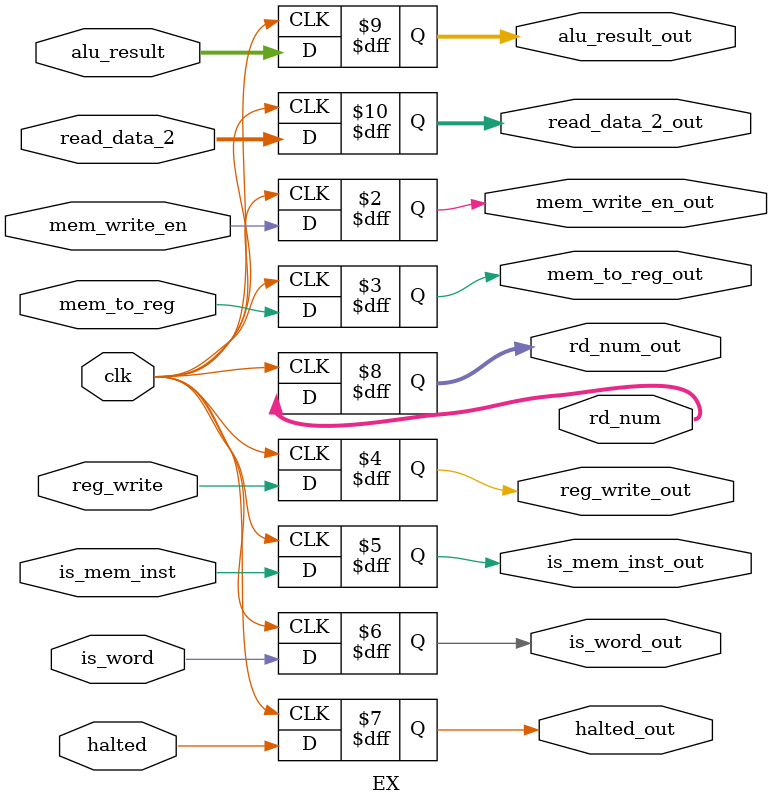
<source format=sv>
module EX (
	clk,
	mem_write_en,
	mem_to_reg,
	reg_write,
    alu_result,
    read_data_2,
    rd_num,
	is_mem_inst,
	is_word,
	halted,

	mem_write_en_out,
	mem_to_reg_out,
	reg_write_out,
    alu_result_out,
    read_data_2_out,
    rd_num_out,
	is_mem_inst_out,
	is_word_out,
	halted_out
);

input clk, mem_write_en, mem_to_reg, reg_write, is_mem_inst, is_word,halted;
output [4:0] rd_num;
input [31:0]alu_result;
input [31:0] read_data_2;
output reg mem_write_en_out, mem_to_reg_out, reg_write_out, is_mem_inst_out, is_word_out,halted_out;
output reg [4:0] rd_num_out;
output reg [31:0] alu_result_out;
output reg [31:0] read_data_2_out;

always @(posedge clk) begin
	// $display("##################################################################");
	// $display("EX");
	// $display("mem_write_en:%b, mem_to_reg:%b, reg_write:%b rd_num:%b, alu_result:%b, read_data_2:%b is_mem_inst: %b is_word: %b",mem_write_en,mem_to_reg,reg_write,rd_num,alu_result,read_data_2,is_mem_inst,is_word);

	mem_write_en_out <= mem_write_en;
	mem_to_reg_out <= mem_to_reg; //debugged
	reg_write_out <= reg_write;
	rd_num_out <= rd_num;
	alu_result_out <= alu_result;
	read_data_2_out <= read_data_2;
	is_mem_inst_out <= is_mem_inst;
	is_word_out <= is_word;
	halted_out <= halted;
end



endmodule
</source>
